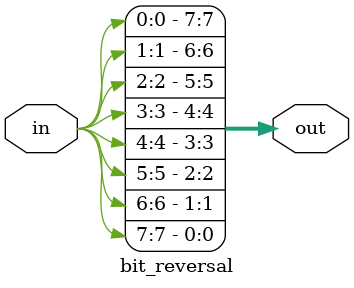
<source format=v>
module bit_reversal (
    input  [7:0] in,
    output [7:0] out
);
    assign out[7] = in[0];
    assign out[6] = in[1];
    assign out[5] = in[2];
    assign out[4] = in[3];
    assign out[3] = in[4];
    assign out[2] = in[5];
    assign out[1] = in[6];
    assign out[0] = in[7];
endmodule

</source>
